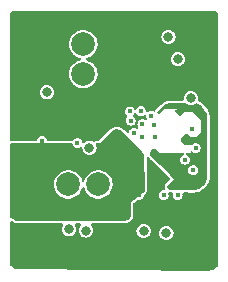
<source format=gbr>
%TF.GenerationSoftware,KiCad,Pcbnew,(6.0.5)*%
%TF.CreationDate,2023-11-29T10:11:24+07:00*%
%TF.ProjectId,lidar,6c696461-722e-46b6-9963-61645f706362,rev?*%
%TF.SameCoordinates,Original*%
%TF.FileFunction,Copper,L3,Inr*%
%TF.FilePolarity,Positive*%
%FSLAX46Y46*%
G04 Gerber Fmt 4.6, Leading zero omitted, Abs format (unit mm)*
G04 Created by KiCad (PCBNEW (6.0.5)) date 2023-11-29 10:11:24*
%MOMM*%
%LPD*%
G01*
G04 APERTURE LIST*
%TA.AperFunction,ComponentPad*%
%ADD10C,0.400000*%
%TD*%
%TA.AperFunction,ComponentPad*%
%ADD11C,2.000000*%
%TD*%
%TA.AperFunction,ViaPad*%
%ADD12C,0.400000*%
%TD*%
%TA.AperFunction,ViaPad*%
%ADD13C,0.800000*%
%TD*%
G04 APERTURE END LIST*
D10*
%TO.N,GND1*%
%TO.C,U1*%
X137275216Y-83724784D03*
X138000000Y-83000000D03*
X138724784Y-82275216D03*
X136921662Y-81921662D03*
X139078338Y-84078338D03*
%TD*%
D11*
%TO.N,GND1*%
%TO.C,D2*%
X133000000Y-76230000D03*
%TO.N,Net-(D2-Pad2)*%
X133000000Y-78770000D03*
%TD*%
%TO.N,/VDD_LED*%
%TO.C,D1*%
X131730000Y-88100000D03*
%TO.N,Net-(D1-PadC)*%
X134270000Y-88100000D03*
%TD*%
D12*
%TO.N,GND1*%
X139000000Y-83100000D03*
X137000000Y-82700000D03*
X137921662Y-84078338D03*
X137856274Y-81891352D03*
%TO.N,GND3*%
X143200000Y-90300000D03*
D13*
X140200000Y-74400000D03*
X140100000Y-93700000D03*
D12*
%TO.N,GND*%
X130600000Y-90900000D03*
D13*
X140200000Y-75600000D03*
D12*
X129400000Y-90400000D03*
X129500000Y-84400000D03*
D13*
X141000000Y-77500000D03*
D12*
X129400000Y-85700000D03*
X139800000Y-89000000D03*
X132600000Y-85700000D03*
D13*
%TO.N,/VDD_LED*%
X140026944Y-92226944D03*
X131800000Y-91900000D03*
D12*
%TO.N,GND2*%
X140979122Y-88979122D03*
D13*
X133513000Y-84979000D03*
%TO.N,/IOVDD_DUT*%
X142750000Y-81850000D03*
D12*
X140674500Y-88200000D03*
%TO.N,/SCL_S*%
X142500000Y-85000000D03*
%TO.N,/SDA_S*%
X132500000Y-84600000D03*
X142200000Y-83400000D03*
D13*
%TO.N,/GP1*%
X138100000Y-92050500D03*
D12*
X142300000Y-86900000D03*
%TO.N,/GP2*%
X141600000Y-86000000D03*
D13*
X133200000Y-92000000D03*
%TO.N,/VSYNC_RST*%
X142100000Y-80800000D03*
X129900000Y-80300000D03*
%TD*%
%TA.AperFunction,Conductor*%
%TO.N,GND*%
G36*
X135887753Y-83427671D02*
G01*
X136036226Y-83458766D01*
X136057912Y-83466007D01*
X136196656Y-83530991D01*
X136216105Y-83543019D01*
X136340755Y-83641694D01*
X136349312Y-83649312D01*
X137861253Y-85161253D01*
X137867634Y-85168278D01*
X137980383Y-85305028D01*
X137990981Y-85320733D01*
X138073321Y-85472287D01*
X138080731Y-85489726D01*
X138103416Y-85561560D01*
X138132670Y-85654196D01*
X138136621Y-85672738D01*
X138156795Y-85848809D01*
X138157423Y-85858279D01*
X138199831Y-88190718D01*
X138199838Y-88191163D01*
X138199953Y-88199566D01*
X138199961Y-88200473D01*
X138199999Y-88208867D01*
X138200000Y-88209315D01*
X138200000Y-88511596D01*
X138198675Y-88527740D01*
X138184754Y-88611967D01*
X138174365Y-88642536D01*
X138137970Y-88710542D01*
X138118297Y-88736145D01*
X138055931Y-88794455D01*
X138043238Y-88804508D01*
X137900000Y-88900000D01*
X137900000Y-89048875D01*
X137898744Y-89054688D01*
X137886770Y-89099376D01*
X137861147Y-89143757D01*
X137843757Y-89161147D01*
X137799375Y-89186770D01*
X137755488Y-89198529D01*
X137748391Y-89200000D01*
X137600000Y-89200000D01*
X137475194Y-89283204D01*
X137475192Y-89283205D01*
X137300000Y-89400000D01*
X137000000Y-89600000D01*
X137000000Y-90723364D01*
X136998906Y-90738040D01*
X136984721Y-90832672D01*
X136976116Y-90860731D01*
X136953923Y-90907107D01*
X136938028Y-90940320D01*
X136921573Y-90964625D01*
X136861821Y-91029550D01*
X136838972Y-91047954D01*
X136756362Y-91096278D01*
X136743152Y-91102739D01*
X136683183Y-91126727D01*
X136674285Y-91129804D01*
X136505587Y-91179297D01*
X136487121Y-91182853D01*
X136312113Y-91199552D01*
X136302709Y-91200000D01*
X127604861Y-91200000D01*
X127595157Y-91199523D01*
X127414612Y-91181741D01*
X127395582Y-91177955D01*
X127311113Y-91152332D01*
X127226647Y-91126710D01*
X127208717Y-91119283D01*
X127053031Y-91036067D01*
X127036894Y-91025285D01*
X126933363Y-90940320D01*
X126900427Y-90913290D01*
X126886710Y-90899573D01*
X126822972Y-90821908D01*
X126800500Y-90759103D01*
X126800500Y-88068440D01*
X130524770Y-88068440D01*
X130530428Y-88154760D01*
X130532814Y-88191163D01*
X130539200Y-88288604D01*
X130540316Y-88292997D01*
X130540316Y-88292999D01*
X130563873Y-88385754D01*
X130593511Y-88502452D01*
X130685883Y-88702821D01*
X130813222Y-88883002D01*
X130971264Y-89036961D01*
X131154717Y-89159540D01*
X131357436Y-89246635D01*
X131435165Y-89264223D01*
X131568206Y-89294328D01*
X131568211Y-89294329D01*
X131572632Y-89295329D01*
X131682865Y-89299660D01*
X131788565Y-89303813D01*
X131788566Y-89303813D01*
X131793098Y-89303991D01*
X132011452Y-89272331D01*
X132015751Y-89270872D01*
X132015754Y-89270871D01*
X132216078Y-89202870D01*
X132220379Y-89201410D01*
X132225524Y-89198529D01*
X132408925Y-89095819D01*
X132412884Y-89093602D01*
X132582518Y-88952518D01*
X132723602Y-88782884D01*
X132831410Y-88590379D01*
X132902331Y-88381452D01*
X132903763Y-88371575D01*
X132930826Y-88316700D01*
X132984976Y-88288213D01*
X133045528Y-88296995D01*
X133089353Y-88339691D01*
X133097691Y-88361414D01*
X133133511Y-88502452D01*
X133225883Y-88702821D01*
X133353222Y-88883002D01*
X133511264Y-89036961D01*
X133694717Y-89159540D01*
X133897436Y-89246635D01*
X133975165Y-89264223D01*
X134108206Y-89294328D01*
X134108211Y-89294329D01*
X134112632Y-89295329D01*
X134222865Y-89299660D01*
X134328565Y-89303813D01*
X134328566Y-89303813D01*
X134333098Y-89303991D01*
X134551452Y-89272331D01*
X134555751Y-89270872D01*
X134555754Y-89270871D01*
X134756078Y-89202870D01*
X134760379Y-89201410D01*
X134765524Y-89198529D01*
X134948925Y-89095819D01*
X134952884Y-89093602D01*
X135122518Y-88952518D01*
X135263602Y-88782884D01*
X135371410Y-88590379D01*
X135442331Y-88381452D01*
X135455156Y-88292999D01*
X135473571Y-88165997D01*
X135473571Y-88165991D01*
X135473991Y-88163098D01*
X135475643Y-88100000D01*
X135455454Y-87880289D01*
X135395565Y-87667936D01*
X135393557Y-87663864D01*
X135393555Y-87663859D01*
X135299988Y-87474125D01*
X135297980Y-87470053D01*
X135165967Y-87293267D01*
X135003949Y-87143499D01*
X134817350Y-87025764D01*
X134612421Y-86944006D01*
X134396024Y-86900962D01*
X134287347Y-86899539D01*
X134179946Y-86898133D01*
X134179941Y-86898133D01*
X134175406Y-86898074D01*
X134170933Y-86898843D01*
X134170928Y-86898843D01*
X133962435Y-86934668D01*
X133962429Y-86934670D01*
X133957957Y-86935438D01*
X133930176Y-86945687D01*
X133755220Y-87010231D01*
X133755217Y-87010232D01*
X133750957Y-87011804D01*
X133747054Y-87014126D01*
X133747052Y-87014127D01*
X133727492Y-87025764D01*
X133561341Y-87124614D01*
X133557926Y-87127609D01*
X133557923Y-87127611D01*
X133450036Y-87222225D01*
X133395457Y-87270090D01*
X133258863Y-87443360D01*
X133156131Y-87638620D01*
X133154787Y-87642949D01*
X133154786Y-87642952D01*
X133093402Y-87840641D01*
X133058089Y-87890608D01*
X133000151Y-87910276D01*
X132941718Y-87892132D01*
X132903572Y-87838157D01*
X132856798Y-87672308D01*
X132855565Y-87667936D01*
X132853557Y-87663864D01*
X132853555Y-87663859D01*
X132759988Y-87474125D01*
X132757980Y-87470053D01*
X132625967Y-87293267D01*
X132463949Y-87143499D01*
X132277350Y-87025764D01*
X132072421Y-86944006D01*
X131856024Y-86900962D01*
X131747347Y-86899539D01*
X131639946Y-86898133D01*
X131639941Y-86898133D01*
X131635406Y-86898074D01*
X131630933Y-86898843D01*
X131630928Y-86898843D01*
X131422435Y-86934668D01*
X131422429Y-86934670D01*
X131417957Y-86935438D01*
X131390176Y-86945687D01*
X131215220Y-87010231D01*
X131215217Y-87010232D01*
X131210957Y-87011804D01*
X131207054Y-87014126D01*
X131207052Y-87014127D01*
X131187492Y-87025764D01*
X131021341Y-87124614D01*
X131017926Y-87127609D01*
X131017923Y-87127611D01*
X130910036Y-87222225D01*
X130855457Y-87270090D01*
X130718863Y-87443360D01*
X130616131Y-87638620D01*
X130550703Y-87849333D01*
X130550169Y-87853843D01*
X130550169Y-87853844D01*
X130547039Y-87880289D01*
X130524770Y-88068440D01*
X126800500Y-88068440D01*
X126800500Y-84709278D01*
X126819407Y-84651087D01*
X126868907Y-84615123D01*
X126880184Y-84612181D01*
X126902447Y-84607752D01*
X126931860Y-84601902D01*
X126951173Y-84600000D01*
X131989704Y-84600000D01*
X132047895Y-84618907D01*
X132083859Y-84668407D01*
X132087485Y-84683513D01*
X132093488Y-84721413D01*
X132095095Y-84731562D01*
X132098631Y-84738501D01*
X132098631Y-84738502D01*
X132141297Y-84822238D01*
X132155567Y-84850245D01*
X132249755Y-84944433D01*
X132256692Y-84947968D01*
X132256694Y-84947969D01*
X132330224Y-84985434D01*
X132368438Y-85004905D01*
X132376131Y-85006124D01*
X132376133Y-85006124D01*
X132492303Y-85024523D01*
X132500000Y-85025742D01*
X132507697Y-85024523D01*
X132623867Y-85006124D01*
X132623869Y-85006124D01*
X132631562Y-85004905D01*
X132669776Y-84985434D01*
X132743302Y-84947971D01*
X132743305Y-84947969D01*
X132750245Y-84944433D01*
X132755096Y-84939582D01*
X132812838Y-84920821D01*
X132871029Y-84939728D01*
X132906993Y-84989228D01*
X132910991Y-85006899D01*
X132927956Y-85135762D01*
X132988464Y-85281841D01*
X133084718Y-85407282D01*
X133210159Y-85503536D01*
X133356238Y-85564044D01*
X133513000Y-85584682D01*
X133669762Y-85564044D01*
X133815841Y-85503536D01*
X133941282Y-85407282D01*
X134037536Y-85281841D01*
X134098044Y-85135762D01*
X134115737Y-85001369D01*
X134117835Y-84985434D01*
X134118682Y-84979000D01*
X134098044Y-84822238D01*
X134056281Y-84721413D01*
X134051480Y-84660416D01*
X134083450Y-84608247D01*
X134102820Y-84600000D01*
X134400000Y-84600000D01*
X135399625Y-83600375D01*
X135410555Y-83590935D01*
X135412177Y-83589729D01*
X135530728Y-83501575D01*
X135556094Y-83487936D01*
X135617659Y-83465646D01*
X135690025Y-83439446D01*
X135718250Y-83433685D01*
X135826790Y-83427671D01*
X135861984Y-83425721D01*
X135887753Y-83427671D01*
G37*
%TD.AperFunction*%
%TD*%
%TA.AperFunction,Conductor*%
%TO.N,GND3*%
G36*
X144221908Y-73422972D02*
G01*
X144299573Y-73486710D01*
X144313290Y-73500427D01*
X144377028Y-73578092D01*
X144399500Y-73640897D01*
X144399500Y-94947848D01*
X144376873Y-95010841D01*
X144311345Y-95090288D01*
X144297535Y-95104021D01*
X144160232Y-95215978D01*
X144144000Y-95226742D01*
X143987432Y-95309654D01*
X143969406Y-95317031D01*
X143799642Y-95367683D01*
X143780530Y-95371387D01*
X143599229Y-95388280D01*
X143589506Y-95388705D01*
X127599221Y-95298867D01*
X127589571Y-95298341D01*
X127500319Y-95289076D01*
X127409754Y-95279674D01*
X127390807Y-95275808D01*
X127222709Y-95223977D01*
X127204875Y-95216501D01*
X127136509Y-95179619D01*
X127050061Y-95132981D01*
X127034030Y-95122188D01*
X126898398Y-95010159D01*
X126884767Y-94996451D01*
X126822818Y-94920587D01*
X126800500Y-94857970D01*
X126800500Y-91298763D01*
X126819407Y-91240572D01*
X126868907Y-91204608D01*
X126930093Y-91204608D01*
X126950398Y-91213849D01*
X126955104Y-91216670D01*
X126955114Y-91216676D01*
X126956159Y-91217302D01*
X126957248Y-91217884D01*
X127110761Y-91299939D01*
X127110774Y-91299946D01*
X127111845Y-91300518D01*
X127130074Y-91309140D01*
X127131199Y-91309606D01*
X127131208Y-91309610D01*
X127137704Y-91312300D01*
X127148004Y-91316567D01*
X127166994Y-91323362D01*
X127168160Y-91323716D01*
X127168173Y-91323720D01*
X127334557Y-91374191D01*
X127335929Y-91374607D01*
X127355484Y-91379505D01*
X127364562Y-91381311D01*
X127373312Y-91383052D01*
X127373317Y-91383053D01*
X127374514Y-91383291D01*
X127394470Y-91386251D01*
X127493528Y-91396007D01*
X127574423Y-91403975D01*
X127574447Y-91403977D01*
X127575015Y-91404033D01*
X127578948Y-91404323D01*
X127584479Y-91404732D01*
X127584516Y-91404734D01*
X127585068Y-91404775D01*
X127594772Y-91405252D01*
X127595411Y-91405268D01*
X127595419Y-91405268D01*
X127604285Y-91405486D01*
X127604298Y-91405486D01*
X127604861Y-91405500D01*
X131221777Y-91405500D01*
X131279968Y-91424407D01*
X131315932Y-91473907D01*
X131315932Y-91535093D01*
X131300319Y-91564767D01*
X131294487Y-91572368D01*
X131275464Y-91597159D01*
X131214956Y-91743238D01*
X131194318Y-91900000D01*
X131214956Y-92056762D01*
X131275464Y-92202841D01*
X131371718Y-92328282D01*
X131497159Y-92424536D01*
X131643238Y-92485044D01*
X131800000Y-92505682D01*
X131956762Y-92485044D01*
X132102841Y-92424536D01*
X132228282Y-92328282D01*
X132324536Y-92202841D01*
X132385044Y-92056762D01*
X132405682Y-91900000D01*
X132385044Y-91743238D01*
X132324536Y-91597159D01*
X132305513Y-91572368D01*
X132299681Y-91564767D01*
X132279257Y-91507091D01*
X132296635Y-91448425D01*
X132345177Y-91411178D01*
X132378223Y-91405500D01*
X132700127Y-91405500D01*
X132758318Y-91424407D01*
X132794282Y-91473907D01*
X132794282Y-91535093D01*
X132771945Y-91571544D01*
X132771718Y-91571718D01*
X132675464Y-91697159D01*
X132614956Y-91843238D01*
X132594318Y-92000000D01*
X132614956Y-92156762D01*
X132675464Y-92302841D01*
X132771718Y-92428282D01*
X132897159Y-92524536D01*
X133043238Y-92585044D01*
X133200000Y-92605682D01*
X133356762Y-92585044D01*
X133502841Y-92524536D01*
X133628282Y-92428282D01*
X133724536Y-92302841D01*
X133785044Y-92156762D01*
X133799034Y-92050500D01*
X137494318Y-92050500D01*
X137514956Y-92207262D01*
X137517440Y-92213259D01*
X137523109Y-92226944D01*
X137575464Y-92353341D01*
X137671718Y-92478782D01*
X137797159Y-92575036D01*
X137943238Y-92635544D01*
X138100000Y-92656182D01*
X138256762Y-92635544D01*
X138402841Y-92575036D01*
X138528282Y-92478782D01*
X138624536Y-92353341D01*
X138676891Y-92226944D01*
X139421262Y-92226944D01*
X139441900Y-92383706D01*
X139502408Y-92529785D01*
X139598662Y-92655226D01*
X139724103Y-92751480D01*
X139870182Y-92811988D01*
X140026944Y-92832626D01*
X140183706Y-92811988D01*
X140329785Y-92751480D01*
X140455226Y-92655226D01*
X140551480Y-92529785D01*
X140611988Y-92383706D01*
X140632626Y-92226944D01*
X140611988Y-92070182D01*
X140606501Y-92056934D01*
X140582918Y-92000000D01*
X140551480Y-91924103D01*
X140455226Y-91798662D01*
X140329785Y-91702408D01*
X140183706Y-91641900D01*
X140026944Y-91621262D01*
X139870182Y-91641900D01*
X139724103Y-91702408D01*
X139598662Y-91798662D01*
X139502408Y-91924103D01*
X139470970Y-92000000D01*
X139447388Y-92056934D01*
X139441900Y-92070182D01*
X139421262Y-92226944D01*
X138676891Y-92226944D01*
X138682560Y-92213259D01*
X138685044Y-92207262D01*
X138705682Y-92050500D01*
X138685044Y-91893738D01*
X138624536Y-91747659D01*
X138528282Y-91622218D01*
X138402841Y-91525964D01*
X138280923Y-91475464D01*
X138262759Y-91467940D01*
X138256762Y-91465456D01*
X138100000Y-91444818D01*
X137943238Y-91465456D01*
X137937241Y-91467940D01*
X137919077Y-91475464D01*
X137797159Y-91525964D01*
X137671718Y-91622218D01*
X137575464Y-91747659D01*
X137514956Y-91893738D01*
X137494318Y-92050500D01*
X133799034Y-92050500D01*
X133805682Y-92000000D01*
X133785044Y-91843238D01*
X133724536Y-91697159D01*
X133628282Y-91571718D01*
X133628402Y-91571626D01*
X133602092Y-91519987D01*
X133611663Y-91459555D01*
X133654928Y-91416290D01*
X133699873Y-91405500D01*
X136302709Y-91405500D01*
X136307599Y-91405383D01*
X136311906Y-91405281D01*
X136311917Y-91405281D01*
X136312488Y-91405267D01*
X136317190Y-91405043D01*
X136321313Y-91404847D01*
X136321348Y-91404845D01*
X136321892Y-91404819D01*
X136322444Y-91404780D01*
X136322487Y-91404777D01*
X136329804Y-91404254D01*
X136331633Y-91404123D01*
X136332233Y-91404066D01*
X136332254Y-91404064D01*
X136398970Y-91397698D01*
X136506641Y-91387424D01*
X136507821Y-91387254D01*
X136507833Y-91387253D01*
X136524826Y-91384811D01*
X136524833Y-91384810D01*
X136525980Y-91384645D01*
X136527112Y-91384427D01*
X136527118Y-91384426D01*
X136534252Y-91383052D01*
X136544446Y-91381089D01*
X136545570Y-91380817D01*
X136545582Y-91380814D01*
X136562318Y-91376758D01*
X136562331Y-91376755D01*
X136563439Y-91376486D01*
X136732137Y-91326993D01*
X136741446Y-91324019D01*
X136750344Y-91320942D01*
X136759505Y-91317529D01*
X136819474Y-91293541D01*
X136833441Y-91287342D01*
X136846651Y-91280881D01*
X136860123Y-91273658D01*
X136916684Y-91240572D01*
X136941146Y-91226263D01*
X136941159Y-91226255D01*
X136942733Y-91225334D01*
X136944231Y-91224301D01*
X136944239Y-91224296D01*
X136966369Y-91209036D01*
X136967879Y-91207995D01*
X136990728Y-91189591D01*
X137013030Y-91168712D01*
X137014265Y-91167370D01*
X137014275Y-91167360D01*
X137071518Y-91105160D01*
X137072782Y-91103787D01*
X137091742Y-91079833D01*
X137097857Y-91070801D01*
X137107166Y-91057052D01*
X137107175Y-91057037D01*
X137108197Y-91055528D01*
X137123395Y-91029029D01*
X137161483Y-90949440D01*
X137172585Y-90920983D01*
X137181190Y-90892924D01*
X137187951Y-90863135D01*
X137202136Y-90768503D01*
X137203837Y-90753316D01*
X137204931Y-90738640D01*
X137205500Y-90723364D01*
X137205500Y-89762963D01*
X137224407Y-89704772D01*
X137249585Y-89680590D01*
X137637280Y-89422127D01*
X137692195Y-89405500D01*
X137748391Y-89405500D01*
X137750893Y-89405243D01*
X137750901Y-89405243D01*
X137787598Y-89401480D01*
X137787608Y-89401478D01*
X137790099Y-89401223D01*
X137792555Y-89400714D01*
X137792561Y-89400713D01*
X137796512Y-89399894D01*
X137796526Y-89399891D01*
X137797196Y-89399752D01*
X137803504Y-89398254D01*
X137807996Y-89397188D01*
X137808013Y-89397184D01*
X137808673Y-89397027D01*
X137809326Y-89396852D01*
X137809338Y-89396849D01*
X137849430Y-89386107D01*
X137849435Y-89386105D01*
X137852560Y-89385268D01*
X137855544Y-89384032D01*
X137855553Y-89384029D01*
X137882198Y-89372992D01*
X137902122Y-89364740D01*
X137904922Y-89363123D01*
X137904927Y-89363121D01*
X137931171Y-89347969D01*
X137946504Y-89339117D01*
X137989067Y-89306457D01*
X138006457Y-89289067D01*
X138039116Y-89246506D01*
X138040964Y-89243306D01*
X138053017Y-89222428D01*
X138064739Y-89202125D01*
X138085268Y-89152563D01*
X138097242Y-89107875D01*
X138099609Y-89098088D01*
X138100865Y-89092275D01*
X138105046Y-89053126D01*
X138130026Y-88997272D01*
X138148571Y-88981266D01*
X138157229Y-88975494D01*
X138170827Y-88965602D01*
X138171590Y-88964998D01*
X138171612Y-88964981D01*
X138182738Y-88956168D01*
X138183520Y-88955549D01*
X138196278Y-88944565D01*
X138258644Y-88886255D01*
X138281248Y-88861354D01*
X138300921Y-88835751D01*
X138319155Y-88807507D01*
X138341048Y-88766599D01*
X138354594Y-88741288D01*
X138354597Y-88741281D01*
X138355550Y-88739501D01*
X138368935Y-88708662D01*
X138379324Y-88678093D01*
X138387503Y-88645477D01*
X138391047Y-88624039D01*
X138401259Y-88562249D01*
X138401260Y-88562244D01*
X138401424Y-88561250D01*
X138403486Y-88544550D01*
X138404811Y-88528406D01*
X138404959Y-88524810D01*
X138405459Y-88512594D01*
X138405500Y-88511596D01*
X138405500Y-88209315D01*
X138405498Y-88208409D01*
X138405459Y-88199567D01*
X138405453Y-88198661D01*
X138405445Y-88197754D01*
X138405434Y-88196754D01*
X138405319Y-88188351D01*
X138405304Y-88187427D01*
X138405073Y-88174685D01*
X138380231Y-86808396D01*
X138362889Y-85854543D01*
X138362891Y-85854543D01*
X138380011Y-85795832D01*
X138428395Y-85758380D01*
X138489552Y-85756518D01*
X138540123Y-85790960D01*
X138544568Y-85797185D01*
X138551872Y-85808298D01*
X138614617Y-85889727D01*
X138624482Y-85901581D01*
X138634397Y-85912625D01*
X138645126Y-85923709D01*
X138724734Y-86000000D01*
X139663864Y-86900000D01*
X139818683Y-87048368D01*
X140254731Y-87466247D01*
X140329184Y-87537598D01*
X140358115Y-87591512D01*
X140349831Y-87652134D01*
X140330661Y-87679106D01*
X140002709Y-88006791D01*
X140001607Y-88008053D01*
X140001599Y-88008062D01*
X139985410Y-88026609D01*
X139984299Y-88027882D01*
X139968022Y-88049317D01*
X139952645Y-88072721D01*
X139951830Y-88074167D01*
X139951826Y-88074174D01*
X139926126Y-88119787D01*
X139926123Y-88119794D01*
X139924469Y-88122729D01*
X139903914Y-88174685D01*
X139891218Y-88226486D01*
X139885419Y-88282056D01*
X139886820Y-88325324D01*
X139896201Y-88380399D01*
X139912220Y-88431267D01*
X139913662Y-88434318D01*
X139913666Y-88434329D01*
X139914292Y-88435654D01*
X139914344Y-88436061D01*
X139914895Y-88437468D01*
X139914542Y-88437606D01*
X139922058Y-88496344D01*
X139892668Y-88550008D01*
X139837347Y-88576148D01*
X139809297Y-88575730D01*
X139807699Y-88575477D01*
X139807697Y-88575477D01*
X139800000Y-88574258D01*
X139792303Y-88575477D01*
X139676133Y-88593876D01*
X139676131Y-88593876D01*
X139668438Y-88595095D01*
X139661499Y-88598631D01*
X139661498Y-88598631D01*
X139556694Y-88652031D01*
X139556692Y-88652032D01*
X139549755Y-88655567D01*
X139455567Y-88749755D01*
X139452032Y-88756692D01*
X139452031Y-88756694D01*
X139411750Y-88835751D01*
X139395095Y-88868438D01*
X139393876Y-88876131D01*
X139393876Y-88876133D01*
X139378232Y-88974910D01*
X139374258Y-89000000D01*
X139375477Y-89007697D01*
X139390570Y-89102989D01*
X139395095Y-89131562D01*
X139398631Y-89138501D01*
X139398631Y-89138502D01*
X139447735Y-89234873D01*
X139455567Y-89250245D01*
X139549755Y-89344433D01*
X139556692Y-89347968D01*
X139556694Y-89347969D01*
X139661498Y-89401369D01*
X139668438Y-89404905D01*
X139676131Y-89406124D01*
X139676133Y-89406124D01*
X139792303Y-89424523D01*
X139800000Y-89425742D01*
X139807697Y-89424523D01*
X139923867Y-89406124D01*
X139923869Y-89406124D01*
X139931562Y-89404905D01*
X139938502Y-89401369D01*
X140043306Y-89347969D01*
X140043308Y-89347968D01*
X140050245Y-89344433D01*
X140144433Y-89250245D01*
X140152266Y-89234873D01*
X140201369Y-89138502D01*
X140201369Y-89138501D01*
X140204905Y-89131562D01*
X140209431Y-89102989D01*
X140224523Y-89007697D01*
X140225742Y-89000000D01*
X140204905Y-88868438D01*
X140204157Y-88866970D01*
X140204160Y-88808893D01*
X140240126Y-88759394D01*
X140298318Y-88740490D01*
X140322474Y-88743484D01*
X140326132Y-88744405D01*
X140326164Y-88744412D01*
X140327579Y-88744768D01*
X140329038Y-88745044D01*
X140329036Y-88745044D01*
X140350004Y-88749017D01*
X140350009Y-88749018D01*
X140351472Y-88749295D01*
X140457503Y-88762947D01*
X140469611Y-88764142D01*
X140470320Y-88764191D01*
X140470369Y-88764195D01*
X140478270Y-88764740D01*
X140535022Y-88787606D01*
X140567494Y-88839463D01*
X140569239Y-88878991D01*
X140553380Y-88979122D01*
X140554599Y-88986819D01*
X140572312Y-89098654D01*
X140574217Y-89110684D01*
X140577753Y-89117623D01*
X140577753Y-89117624D01*
X140620809Y-89202125D01*
X140634689Y-89229367D01*
X140728877Y-89323555D01*
X140735814Y-89327090D01*
X140735816Y-89327091D01*
X140840620Y-89380491D01*
X140847560Y-89384027D01*
X140855253Y-89385246D01*
X140855255Y-89385246D01*
X140971425Y-89403645D01*
X140979122Y-89404864D01*
X140986819Y-89403645D01*
X141102989Y-89385246D01*
X141102991Y-89385246D01*
X141110684Y-89384027D01*
X141117624Y-89380491D01*
X141222428Y-89327091D01*
X141222430Y-89327090D01*
X141229367Y-89323555D01*
X141323555Y-89229367D01*
X141337436Y-89202125D01*
X141380491Y-89117624D01*
X141380491Y-89117623D01*
X141384027Y-89110684D01*
X141385933Y-89098654D01*
X141403645Y-88986819D01*
X141404864Y-88979122D01*
X141401229Y-88956168D01*
X141390666Y-88889477D01*
X141400238Y-88829045D01*
X141443502Y-88785780D01*
X141489396Y-88774995D01*
X142320114Y-88782977D01*
X142320662Y-88782970D01*
X142320682Y-88782970D01*
X142328782Y-88782867D01*
X142328825Y-88782866D01*
X142329292Y-88782860D01*
X142329794Y-88782842D01*
X142329810Y-88782842D01*
X142337563Y-88782570D01*
X142337573Y-88782570D01*
X142338130Y-88782550D01*
X142347297Y-88782023D01*
X142347883Y-88781976D01*
X142347900Y-88781975D01*
X142410281Y-88776990D01*
X142511968Y-88768863D01*
X142513074Y-88768725D01*
X142513090Y-88768723D01*
X142521134Y-88767716D01*
X142530192Y-88766583D01*
X142547606Y-88763609D01*
X142558862Y-88761165D01*
X142564473Y-88759947D01*
X142564486Y-88759944D01*
X142565540Y-88759715D01*
X142720950Y-88718625D01*
X142738467Y-88713146D01*
X142739492Y-88712774D01*
X142739502Y-88712771D01*
X142754025Y-88707505D01*
X142755079Y-88707123D01*
X142772045Y-88700099D01*
X142917676Y-88632034D01*
X142933944Y-88623525D01*
X142949221Y-88614644D01*
X142964663Y-88604719D01*
X143099510Y-88509275D01*
X143099936Y-88508959D01*
X143099976Y-88508930D01*
X143103145Y-88506578D01*
X143106891Y-88503799D01*
X143113847Y-88498393D01*
X143120963Y-88492603D01*
X143133674Y-88481781D01*
X143276872Y-88359863D01*
X143276904Y-88359835D01*
X143277409Y-88359405D01*
X143285675Y-88351972D01*
X143286141Y-88351530D01*
X143286159Y-88351513D01*
X143292923Y-88345092D01*
X143292951Y-88345065D01*
X143293431Y-88344609D01*
X143301281Y-88336744D01*
X143301736Y-88336263D01*
X143301760Y-88336238D01*
X143437640Y-88192501D01*
X143437650Y-88192490D01*
X143438564Y-88191523D01*
X143452931Y-88174576D01*
X143465855Y-88157545D01*
X143478313Y-88139139D01*
X143578443Y-87972450D01*
X143588843Y-87952803D01*
X143597808Y-87933394D01*
X143606019Y-87912754D01*
X143668025Y-87728464D01*
X143673962Y-87707051D01*
X143678552Y-87686170D01*
X143682143Y-87664240D01*
X143703720Y-87465572D01*
X143704620Y-87454498D01*
X143705199Y-87443809D01*
X143705500Y-87432694D01*
X143705500Y-82481449D01*
X143705292Y-82472205D01*
X143704891Y-82463300D01*
X143704266Y-82454060D01*
X143703878Y-82449755D01*
X143689388Y-82289322D01*
X143689388Y-82289318D01*
X143689290Y-82288238D01*
X143686798Y-82269903D01*
X143683607Y-82252381D01*
X143680119Y-82237157D01*
X143679725Y-82235435D01*
X143679722Y-82235423D01*
X143679475Y-82234345D01*
X143651863Y-82134658D01*
X143636520Y-82079263D01*
X143636514Y-82079243D01*
X143636227Y-82078207D01*
X143630487Y-82060607D01*
X143630092Y-82059558D01*
X143624601Y-82044984D01*
X143624595Y-82044969D01*
X143624208Y-82043942D01*
X143616916Y-82026948D01*
X143544447Y-81877058D01*
X143544169Y-81876514D01*
X143540480Y-81869302D01*
X143540460Y-81869264D01*
X143540239Y-81868832D01*
X143536002Y-81860989D01*
X143531414Y-81852935D01*
X143522258Y-81837674D01*
X143370457Y-81584674D01*
X143370138Y-81584142D01*
X143364452Y-81575197D01*
X143364133Y-81574723D01*
X143364113Y-81574692D01*
X143359130Y-81567283D01*
X143358767Y-81566743D01*
X143352643Y-81558124D01*
X143238429Y-81405826D01*
X143224876Y-81389569D01*
X143211047Y-81374620D01*
X143195894Y-81359845D01*
X143056788Y-81237528D01*
X143040197Y-81224391D01*
X143039171Y-81223661D01*
X143024627Y-81213316D01*
X143024607Y-81213303D01*
X143023601Y-81212587D01*
X143022553Y-81211920D01*
X143022538Y-81211910D01*
X143006810Y-81201902D01*
X143005743Y-81201223D01*
X142844550Y-81109957D01*
X142825620Y-81100491D01*
X142818907Y-81097556D01*
X142808118Y-81092839D01*
X142808109Y-81092835D01*
X142806960Y-81092333D01*
X142787156Y-81084865D01*
X142750613Y-81073195D01*
X142700933Y-81037481D01*
X142681732Y-80979386D01*
X142684476Y-80958133D01*
X142685044Y-80956762D01*
X142686891Y-80942738D01*
X142704835Y-80806434D01*
X142704835Y-80806432D01*
X142705682Y-80800000D01*
X142685044Y-80643238D01*
X142624536Y-80497159D01*
X142528282Y-80371718D01*
X142402841Y-80275464D01*
X142256762Y-80214956D01*
X142100000Y-80194318D01*
X141943238Y-80214956D01*
X141797159Y-80275464D01*
X141671718Y-80371718D01*
X141575464Y-80497159D01*
X141514956Y-80643238D01*
X141494318Y-80800000D01*
X141505190Y-80882579D01*
X141494040Y-80942738D01*
X141449658Y-80984856D01*
X141407037Y-80994500D01*
X140419075Y-80994500D01*
X140418512Y-80994514D01*
X140418499Y-80994514D01*
X140409633Y-80994732D01*
X140409625Y-80994732D01*
X140408986Y-80994748D01*
X140399282Y-80995225D01*
X140398730Y-80995266D01*
X140398693Y-80995268D01*
X140393162Y-80995677D01*
X140389229Y-80995967D01*
X140388661Y-80996023D01*
X140388637Y-80996025D01*
X140307709Y-81003996D01*
X140208683Y-81013749D01*
X140188727Y-81016709D01*
X140187530Y-81016947D01*
X140187525Y-81016948D01*
X140182913Y-81017866D01*
X140169697Y-81020495D01*
X140150142Y-81025393D01*
X140148975Y-81025747D01*
X139982386Y-81076280D01*
X139982373Y-81076284D01*
X139981207Y-81076638D01*
X139962217Y-81083433D01*
X139951917Y-81087700D01*
X139945421Y-81090390D01*
X139945412Y-81090394D01*
X139944287Y-81090860D01*
X139926058Y-81099482D01*
X139924987Y-81100054D01*
X139924974Y-81100061D01*
X139905278Y-81110589D01*
X139770372Y-81182698D01*
X139753077Y-81193064D01*
X139752044Y-81193754D01*
X139752038Y-81193758D01*
X139737962Y-81203163D01*
X139736940Y-81203846D01*
X139735956Y-81204576D01*
X139721724Y-81215131D01*
X139721713Y-81215140D01*
X139720739Y-81215862D01*
X139719807Y-81216626D01*
X139719794Y-81216637D01*
X139644973Y-81278042D01*
X139580503Y-81330951D01*
X139572875Y-81337530D01*
X139565676Y-81344054D01*
X139558362Y-81351018D01*
X139163904Y-81745476D01*
X139146180Y-81765685D01*
X139130449Y-81786186D01*
X139129550Y-81787532D01*
X139129541Y-81787544D01*
X139122692Y-81797795D01*
X139115515Y-81808536D01*
X139098692Y-81837674D01*
X139097452Y-81840669D01*
X139097450Y-81840672D01*
X139086281Y-81867638D01*
X139046545Y-81914165D01*
X138987050Y-81928449D01*
X138949871Y-81917964D01*
X138863286Y-81873847D01*
X138863285Y-81873847D01*
X138856346Y-81870311D01*
X138848653Y-81869093D01*
X138848651Y-81869092D01*
X138761727Y-81855325D01*
X138761725Y-81855325D01*
X138757881Y-81854716D01*
X138691687Y-81854716D01*
X138687843Y-81855325D01*
X138687841Y-81855325D01*
X138600917Y-81869092D01*
X138600915Y-81869093D01*
X138593222Y-81870311D01*
X138586283Y-81873847D01*
X138586282Y-81873847D01*
X138481478Y-81927247D01*
X138481476Y-81927248D01*
X138474539Y-81930783D01*
X138449801Y-81955521D01*
X138395284Y-81983298D01*
X138334852Y-81973727D01*
X138291587Y-81930462D01*
X138282191Y-81891324D01*
X138282016Y-81891352D01*
X138281663Y-81889126D01*
X138279244Y-81873847D01*
X138262398Y-81767485D01*
X138262398Y-81767483D01*
X138261179Y-81759790D01*
X138243092Y-81724292D01*
X138204243Y-81648046D01*
X138204242Y-81648044D01*
X138200707Y-81641107D01*
X138106519Y-81546919D01*
X138099582Y-81543384D01*
X138099580Y-81543383D01*
X137994776Y-81489983D01*
X137994775Y-81489983D01*
X137987836Y-81486447D01*
X137980143Y-81485228D01*
X137980141Y-81485228D01*
X137863971Y-81466829D01*
X137856274Y-81465610D01*
X137848577Y-81466829D01*
X137732407Y-81485228D01*
X137732405Y-81485228D01*
X137724712Y-81486447D01*
X137717773Y-81489983D01*
X137717772Y-81489983D01*
X137612968Y-81543383D01*
X137612966Y-81543384D01*
X137606029Y-81546919D01*
X137511841Y-81641107D01*
X137508306Y-81648044D01*
X137508305Y-81648046D01*
X137469456Y-81724292D01*
X137426191Y-81767557D01*
X137365759Y-81777128D01*
X137311242Y-81749350D01*
X137293036Y-81724292D01*
X137269631Y-81678356D01*
X137269630Y-81678354D01*
X137266095Y-81671417D01*
X137171907Y-81577229D01*
X137164970Y-81573694D01*
X137164968Y-81573693D01*
X137060164Y-81520293D01*
X137060163Y-81520293D01*
X137053224Y-81516757D01*
X137045531Y-81515539D01*
X137045529Y-81515538D01*
X136958605Y-81501771D01*
X136958603Y-81501771D01*
X136954759Y-81501162D01*
X136888565Y-81501162D01*
X136884721Y-81501771D01*
X136884719Y-81501771D01*
X136797795Y-81515538D01*
X136797793Y-81515539D01*
X136790100Y-81516757D01*
X136783161Y-81520293D01*
X136783160Y-81520293D01*
X136678356Y-81573693D01*
X136678354Y-81573694D01*
X136671417Y-81577229D01*
X136577229Y-81671417D01*
X136573694Y-81678354D01*
X136573693Y-81678356D01*
X136520293Y-81783160D01*
X136516757Y-81790100D01*
X136515538Y-81797793D01*
X136515538Y-81797795D01*
X136498480Y-81905500D01*
X136495920Y-81921662D01*
X136497139Y-81929359D01*
X136515125Y-82042918D01*
X136516757Y-82053224D01*
X136520293Y-82060163D01*
X136520293Y-82060164D01*
X136570313Y-82158333D01*
X136577229Y-82171907D01*
X136671417Y-82266095D01*
X136676369Y-82268618D01*
X136711670Y-82317203D01*
X136711671Y-82378389D01*
X136687520Y-82417802D01*
X136655567Y-82449755D01*
X136652032Y-82456692D01*
X136652031Y-82456694D01*
X136627286Y-82505259D01*
X136595095Y-82568438D01*
X136593876Y-82576131D01*
X136593876Y-82576133D01*
X136577406Y-82680121D01*
X136574258Y-82700000D01*
X136575477Y-82707697D01*
X136591810Y-82810818D01*
X136595095Y-82831562D01*
X136655567Y-82950245D01*
X136749755Y-83044433D01*
X136756692Y-83047968D01*
X136756694Y-83047969D01*
X136858811Y-83100000D01*
X136868438Y-83104905D01*
X136876131Y-83106124D01*
X136876133Y-83106124D01*
X136992303Y-83124523D01*
X137000000Y-83125742D01*
X137007697Y-83124523D01*
X137123867Y-83106124D01*
X137123869Y-83106124D01*
X137131562Y-83104905D01*
X137141189Y-83100000D01*
X137243306Y-83047969D01*
X137243308Y-83047968D01*
X137250245Y-83044433D01*
X137344433Y-82950245D01*
X137404905Y-82831562D01*
X137407354Y-82832810D01*
X137409672Y-82829620D01*
X137408191Y-82810818D01*
X137424523Y-82707698D01*
X137424523Y-82707697D01*
X137425742Y-82700000D01*
X137422594Y-82680121D01*
X137406124Y-82576133D01*
X137406124Y-82576131D01*
X137404905Y-82568438D01*
X137372714Y-82505259D01*
X137347969Y-82456694D01*
X137347968Y-82456692D01*
X137344433Y-82449755D01*
X137250245Y-82355567D01*
X137245293Y-82353044D01*
X137209992Y-82304459D01*
X137209991Y-82243273D01*
X137234142Y-82203860D01*
X137266095Y-82171907D01*
X137273012Y-82158333D01*
X137308480Y-82088722D01*
X137351745Y-82045457D01*
X137412177Y-82035886D01*
X137466694Y-82063664D01*
X137484899Y-82088721D01*
X137488799Y-82096374D01*
X137499486Y-82117348D01*
X137511841Y-82141597D01*
X137606029Y-82235785D01*
X137612966Y-82239320D01*
X137612968Y-82239321D01*
X137698523Y-82282913D01*
X137724712Y-82296257D01*
X137732405Y-82297476D01*
X137732407Y-82297476D01*
X137848577Y-82315875D01*
X137856274Y-82317094D01*
X137863971Y-82315875D01*
X137980141Y-82297476D01*
X137980143Y-82297476D01*
X137987836Y-82296257D01*
X138014025Y-82282913D01*
X138099580Y-82239321D01*
X138099582Y-82239320D01*
X138106519Y-82235785D01*
X138131257Y-82211047D01*
X138185774Y-82183270D01*
X138246206Y-82192841D01*
X138289471Y-82236106D01*
X138298867Y-82275244D01*
X138299042Y-82275216D01*
X138300261Y-82282913D01*
X138315383Y-82378389D01*
X138319879Y-82406778D01*
X138376816Y-82518522D01*
X138377184Y-82519245D01*
X138386755Y-82579677D01*
X138358978Y-82634193D01*
X138304461Y-82661971D01*
X138244029Y-82652400D01*
X138185968Y-82622816D01*
X138131562Y-82595095D01*
X138123869Y-82593877D01*
X138123867Y-82593876D01*
X138036943Y-82580109D01*
X138036941Y-82580109D01*
X138033097Y-82579500D01*
X137966903Y-82579500D01*
X137963059Y-82580109D01*
X137963057Y-82580109D01*
X137876133Y-82593876D01*
X137876131Y-82593877D01*
X137868438Y-82595095D01*
X137861499Y-82598631D01*
X137861498Y-82598631D01*
X137756694Y-82652031D01*
X137756692Y-82652032D01*
X137749755Y-82655567D01*
X137655567Y-82749755D01*
X137652032Y-82756692D01*
X137652031Y-82756694D01*
X137624544Y-82810641D01*
X137595095Y-82868438D01*
X137592646Y-82867190D01*
X137590328Y-82870380D01*
X137591809Y-82889182D01*
X137575477Y-82992302D01*
X137574258Y-83000000D01*
X137595095Y-83131562D01*
X137652032Y-83243306D01*
X137652400Y-83244029D01*
X137661971Y-83304461D01*
X137634194Y-83358977D01*
X137579677Y-83386755D01*
X137519245Y-83377184D01*
X137501696Y-83368242D01*
X137406778Y-83319879D01*
X137399085Y-83318661D01*
X137399083Y-83318660D01*
X137312159Y-83304893D01*
X137312157Y-83304893D01*
X137308313Y-83304284D01*
X137242119Y-83304284D01*
X137238275Y-83304893D01*
X137238273Y-83304893D01*
X137151349Y-83318660D01*
X137151347Y-83318661D01*
X137143654Y-83319879D01*
X137136715Y-83323415D01*
X137136714Y-83323415D01*
X137031910Y-83376815D01*
X137031908Y-83376816D01*
X137024971Y-83380351D01*
X136930783Y-83474539D01*
X136927248Y-83481476D01*
X136927247Y-83481478D01*
X136903064Y-83528941D01*
X136870311Y-83593222D01*
X136869092Y-83600915D01*
X136869092Y-83600917D01*
X136865147Y-83625829D01*
X136861965Y-83645921D01*
X136861538Y-83648615D01*
X136833761Y-83703132D01*
X136779245Y-83730910D01*
X136718813Y-83721339D01*
X136693753Y-83703133D01*
X136494622Y-83504002D01*
X136491455Y-83501013D01*
X136486478Y-83496315D01*
X136486452Y-83496291D01*
X136485957Y-83495824D01*
X136477400Y-83488206D01*
X136468304Y-83480569D01*
X136467735Y-83480119D01*
X136467711Y-83480099D01*
X136344796Y-83382798D01*
X136344795Y-83382798D01*
X136343654Y-83381894D01*
X136342478Y-83381069D01*
X136342470Y-83381063D01*
X136325370Y-83369067D01*
X136324194Y-83368242D01*
X136309213Y-83358977D01*
X136305970Y-83356971D01*
X136305955Y-83356962D01*
X136304745Y-83356214D01*
X136283820Y-83344892D01*
X136145076Y-83279908D01*
X136143773Y-83279387D01*
X136143756Y-83279380D01*
X136132034Y-83274697D01*
X136122997Y-83271086D01*
X136101311Y-83263845D01*
X136099922Y-83263469D01*
X136099912Y-83263466D01*
X136079722Y-83258001D01*
X136079710Y-83257998D01*
X136078350Y-83257630D01*
X135929877Y-83226535D01*
X135928298Y-83226311D01*
X135928293Y-83226310D01*
X135904865Y-83222985D01*
X135904867Y-83222985D01*
X135903259Y-83222757D01*
X135901651Y-83222635D01*
X135901639Y-83222634D01*
X135887112Y-83221535D01*
X135877490Y-83220807D01*
X135865052Y-83220682D01*
X135852221Y-83220552D01*
X135852215Y-83220552D01*
X135850615Y-83220536D01*
X135849011Y-83220625D01*
X135849005Y-83220625D01*
X135708682Y-83228400D01*
X135708676Y-83228401D01*
X135706881Y-83228500D01*
X135705097Y-83228730D01*
X135705099Y-83228730D01*
X135678950Y-83232104D01*
X135678947Y-83232105D01*
X135677153Y-83232336D01*
X135648928Y-83238097D01*
X135620067Y-83246220D01*
X135618360Y-83246838D01*
X135618357Y-83246839D01*
X135525346Y-83280514D01*
X135486136Y-83294710D01*
X135458775Y-83306941D01*
X135457195Y-83307791D01*
X135457188Y-83307794D01*
X135434995Y-83319727D01*
X135433409Y-83320580D01*
X135431890Y-83321546D01*
X135431888Y-83321547D01*
X135409630Y-83335699D01*
X135409623Y-83335704D01*
X135408105Y-83336669D01*
X135406650Y-83337751D01*
X135406647Y-83337753D01*
X135316340Y-83404905D01*
X135289561Y-83424818D01*
X135287939Y-83426024D01*
X135276232Y-83435411D01*
X135265302Y-83444851D01*
X135254315Y-83455065D01*
X134343876Y-84365504D01*
X134289359Y-84393281D01*
X134273872Y-84394500D01*
X134102820Y-84394500D01*
X134097945Y-84395495D01*
X134097941Y-84395495D01*
X134053526Y-84404557D01*
X134022319Y-84410924D01*
X134017735Y-84412876D01*
X134017734Y-84412876D01*
X134004874Y-84418351D01*
X134004866Y-84418355D01*
X134002949Y-84419171D01*
X133972174Y-84435482D01*
X133955941Y-84452083D01*
X133901741Y-84480468D01*
X133841205Y-84471575D01*
X133824888Y-84461406D01*
X133820988Y-84458413D01*
X133820986Y-84458412D01*
X133815841Y-84454464D01*
X133669762Y-84393956D01*
X133538569Y-84376684D01*
X133519434Y-84374165D01*
X133513000Y-84373318D01*
X133506566Y-84374165D01*
X133487431Y-84376684D01*
X133356238Y-84393956D01*
X133210159Y-84454464D01*
X133084718Y-84550718D01*
X133080764Y-84555871D01*
X133078294Y-84558341D01*
X133023777Y-84586118D01*
X132963345Y-84576547D01*
X132920080Y-84533282D01*
X132910509Y-84503822D01*
X132906124Y-84476134D01*
X132906124Y-84476133D01*
X132904905Y-84468438D01*
X132888113Y-84435482D01*
X132847969Y-84356694D01*
X132847968Y-84356692D01*
X132844433Y-84349755D01*
X132750245Y-84255567D01*
X132743308Y-84252032D01*
X132743306Y-84252031D01*
X132638502Y-84198631D01*
X132638501Y-84198631D01*
X132631562Y-84195095D01*
X132623869Y-84193876D01*
X132623867Y-84193876D01*
X132507697Y-84175477D01*
X132500000Y-84174258D01*
X132492303Y-84175477D01*
X132376133Y-84193876D01*
X132376131Y-84193876D01*
X132368438Y-84195095D01*
X132361499Y-84198631D01*
X132361498Y-84198631D01*
X132256694Y-84252031D01*
X132256692Y-84252032D01*
X132249755Y-84255567D01*
X132155567Y-84349755D01*
X132152031Y-84356694D01*
X132147450Y-84363000D01*
X132144938Y-84361175D01*
X132111495Y-84394633D01*
X132051045Y-84404215D01*
X132001954Y-84396440D01*
X131993550Y-84395109D01*
X131993549Y-84395109D01*
X131989704Y-84394500D01*
X130009425Y-84394500D01*
X129951234Y-84375593D01*
X129915270Y-84326093D01*
X129911644Y-84310987D01*
X129906124Y-84276133D01*
X129906124Y-84276132D01*
X129904905Y-84268438D01*
X129885405Y-84230167D01*
X129847969Y-84156694D01*
X129847968Y-84156692D01*
X129844433Y-84149755D01*
X129750245Y-84055567D01*
X129743308Y-84052032D01*
X129743306Y-84052031D01*
X129638502Y-83998631D01*
X129638501Y-83998631D01*
X129631562Y-83995095D01*
X129623869Y-83993876D01*
X129623867Y-83993876D01*
X129507697Y-83975477D01*
X129500000Y-83974258D01*
X129492303Y-83975477D01*
X129376133Y-83993876D01*
X129376131Y-83993876D01*
X129368438Y-83995095D01*
X129361499Y-83998631D01*
X129361498Y-83998631D01*
X129256694Y-84052031D01*
X129256692Y-84052032D01*
X129249755Y-84055567D01*
X129155567Y-84149755D01*
X129152032Y-84156692D01*
X129152031Y-84156694D01*
X129114595Y-84230167D01*
X129095095Y-84268438D01*
X129093876Y-84276132D01*
X129093876Y-84276133D01*
X129088356Y-84310987D01*
X129060579Y-84365503D01*
X129006062Y-84393281D01*
X128990575Y-84394500D01*
X126951173Y-84394500D01*
X126931032Y-84395489D01*
X126929837Y-84395607D01*
X126929819Y-84395608D01*
X126912935Y-84397271D01*
X126912925Y-84397272D01*
X126911719Y-84397391D01*
X126911526Y-84397420D01*
X126851540Y-84385786D01*
X126809793Y-84341055D01*
X126800500Y-84299178D01*
X126800500Y-80300000D01*
X129294318Y-80300000D01*
X129314956Y-80456762D01*
X129375464Y-80602841D01*
X129471718Y-80728282D01*
X129597159Y-80824536D01*
X129743238Y-80885044D01*
X129900000Y-80905682D01*
X130056762Y-80885044D01*
X130202841Y-80824536D01*
X130328282Y-80728282D01*
X130424536Y-80602841D01*
X130485044Y-80456762D01*
X130505682Y-80300000D01*
X130485044Y-80143238D01*
X130424536Y-79997159D01*
X130328282Y-79871718D01*
X130202841Y-79775464D01*
X130056762Y-79714956D01*
X129900000Y-79694318D01*
X129743238Y-79714956D01*
X129597159Y-79775464D01*
X129471718Y-79871718D01*
X129375464Y-79997159D01*
X129314956Y-80143238D01*
X129294318Y-80300000D01*
X126800500Y-80300000D01*
X126800500Y-78738440D01*
X131794770Y-78738440D01*
X131809200Y-78958604D01*
X131810316Y-78962997D01*
X131810316Y-78962999D01*
X131833873Y-79055754D01*
X131863511Y-79172452D01*
X131955883Y-79372821D01*
X132083222Y-79553002D01*
X132241264Y-79706961D01*
X132424717Y-79829540D01*
X132627436Y-79916635D01*
X132705165Y-79934223D01*
X132838206Y-79964328D01*
X132838211Y-79964329D01*
X132842632Y-79965329D01*
X132952865Y-79969660D01*
X133058565Y-79973813D01*
X133058566Y-79973813D01*
X133063098Y-79973991D01*
X133281452Y-79942331D01*
X133285751Y-79940872D01*
X133285754Y-79940871D01*
X133486078Y-79872870D01*
X133490379Y-79871410D01*
X133496890Y-79867764D01*
X133661703Y-79775464D01*
X133682884Y-79763602D01*
X133852518Y-79622518D01*
X133993602Y-79452884D01*
X134101410Y-79260379D01*
X134172331Y-79051452D01*
X134185156Y-78962999D01*
X134203571Y-78835997D01*
X134203571Y-78835991D01*
X134203991Y-78833098D01*
X134205643Y-78770000D01*
X134185454Y-78550289D01*
X134125565Y-78337936D01*
X134123557Y-78333864D01*
X134123555Y-78333859D01*
X134029988Y-78144125D01*
X134027980Y-78140053D01*
X133895967Y-77963267D01*
X133862398Y-77932236D01*
X133737279Y-77816577D01*
X133737278Y-77816576D01*
X133733949Y-77813499D01*
X133547350Y-77695764D01*
X133342421Y-77614006D01*
X133293210Y-77604217D01*
X133266288Y-77598862D01*
X133212904Y-77568965D01*
X133187288Y-77513400D01*
X133189953Y-77500000D01*
X140394318Y-77500000D01*
X140414956Y-77656762D01*
X140475464Y-77802841D01*
X140571718Y-77928282D01*
X140697159Y-78024536D01*
X140843238Y-78085044D01*
X141000000Y-78105682D01*
X141156762Y-78085044D01*
X141302841Y-78024536D01*
X141428282Y-77928282D01*
X141524536Y-77802841D01*
X141585044Y-77656762D01*
X141605682Y-77500000D01*
X141585044Y-77343238D01*
X141524536Y-77197159D01*
X141428282Y-77071718D01*
X141302841Y-76975464D01*
X141156762Y-76914956D01*
X141000000Y-76894318D01*
X140843238Y-76914956D01*
X140697159Y-76975464D01*
X140571718Y-77071718D01*
X140475464Y-77197159D01*
X140414956Y-77343238D01*
X140394318Y-77500000D01*
X133189953Y-77500000D01*
X133199225Y-77453390D01*
X133244155Y-77411858D01*
X133271391Y-77403790D01*
X133281452Y-77402331D01*
X133285751Y-77400872D01*
X133285754Y-77400871D01*
X133486078Y-77332870D01*
X133490379Y-77331410D01*
X133561944Y-77291332D01*
X133678925Y-77225819D01*
X133682884Y-77223602D01*
X133852518Y-77082518D01*
X133993602Y-76912884D01*
X134101410Y-76720379D01*
X134172331Y-76511452D01*
X134185156Y-76422999D01*
X134203571Y-76295997D01*
X134203571Y-76295991D01*
X134203991Y-76293098D01*
X134205643Y-76230000D01*
X134203409Y-76205682D01*
X134194975Y-76113899D01*
X134185454Y-76010289D01*
X134125565Y-75797936D01*
X134123557Y-75793864D01*
X134123555Y-75793859D01*
X134029988Y-75604125D01*
X134027980Y-75600053D01*
X134027940Y-75600000D01*
X139594318Y-75600000D01*
X139614956Y-75756762D01*
X139675464Y-75902841D01*
X139771718Y-76028282D01*
X139897159Y-76124536D01*
X140043238Y-76185044D01*
X140200000Y-76205682D01*
X140356762Y-76185044D01*
X140502841Y-76124536D01*
X140628282Y-76028282D01*
X140724536Y-75902841D01*
X140785044Y-75756762D01*
X140805682Y-75600000D01*
X140785044Y-75443238D01*
X140724536Y-75297159D01*
X140628282Y-75171718D01*
X140502841Y-75075464D01*
X140356762Y-75014956D01*
X140200000Y-74994318D01*
X140043238Y-75014956D01*
X139897159Y-75075464D01*
X139771718Y-75171718D01*
X139675464Y-75297159D01*
X139614956Y-75443238D01*
X139594318Y-75600000D01*
X134027940Y-75600000D01*
X133895967Y-75423267D01*
X133733949Y-75273499D01*
X133547350Y-75155764D01*
X133342421Y-75074006D01*
X133126024Y-75030962D01*
X133017347Y-75029539D01*
X132909946Y-75028133D01*
X132909941Y-75028133D01*
X132905406Y-75028074D01*
X132900933Y-75028843D01*
X132900928Y-75028843D01*
X132692435Y-75064668D01*
X132692429Y-75064670D01*
X132687957Y-75065438D01*
X132660176Y-75075687D01*
X132485220Y-75140231D01*
X132485217Y-75140232D01*
X132480957Y-75141804D01*
X132477054Y-75144126D01*
X132477052Y-75144127D01*
X132457492Y-75155764D01*
X132291341Y-75254614D01*
X132287926Y-75257609D01*
X132287923Y-75257611D01*
X132180036Y-75352225D01*
X132125457Y-75400090D01*
X131988863Y-75573360D01*
X131986749Y-75577378D01*
X131889215Y-75762759D01*
X131886131Y-75768620D01*
X131884787Y-75772949D01*
X131842856Y-75907990D01*
X131820703Y-75979333D01*
X131820169Y-75983843D01*
X131820169Y-75983844D01*
X131796255Y-76185891D01*
X131794770Y-76198440D01*
X131809200Y-76418604D01*
X131810316Y-76422997D01*
X131810316Y-76422999D01*
X131833873Y-76515754D01*
X131863511Y-76632452D01*
X131955883Y-76832821D01*
X132083222Y-77013002D01*
X132241264Y-77166961D01*
X132424717Y-77289540D01*
X132627436Y-77376635D01*
X132742850Y-77402751D01*
X132795432Y-77434034D01*
X132819585Y-77490250D01*
X132806081Y-77549927D01*
X132760080Y-77590269D01*
X132737766Y-77596879D01*
X132711583Y-77601378D01*
X132687957Y-77605438D01*
X132660176Y-77615687D01*
X132485220Y-77680231D01*
X132485217Y-77680232D01*
X132480957Y-77681804D01*
X132477054Y-77684126D01*
X132477052Y-77684127D01*
X132457492Y-77695764D01*
X132291341Y-77794614D01*
X132287926Y-77797609D01*
X132287923Y-77797611D01*
X132180036Y-77892225D01*
X132125457Y-77940090D01*
X132122649Y-77943652D01*
X131994916Y-78105682D01*
X131988863Y-78113360D01*
X131886131Y-78308620D01*
X131820703Y-78519333D01*
X131820169Y-78523843D01*
X131820169Y-78523844D01*
X131817039Y-78550289D01*
X131794770Y-78738440D01*
X126800500Y-78738440D01*
X126800500Y-73640897D01*
X126822972Y-73578092D01*
X126886710Y-73500427D01*
X126900427Y-73486710D01*
X126978092Y-73422972D01*
X127040897Y-73400500D01*
X144159103Y-73400500D01*
X144221908Y-73422972D01*
G37*
%TD.AperFunction*%
%TD*%
%TA.AperFunction,Conductor*%
%TO.N,/IOVDD_DUT*%
G36*
X141661818Y-81218907D02*
G01*
X141669670Y-81225613D01*
X141671718Y-81228282D01*
X141797159Y-81324536D01*
X141943238Y-81385044D01*
X142100000Y-81405682D01*
X142256762Y-81385044D01*
X142402841Y-81324536D01*
X142496749Y-81252478D01*
X142554425Y-81232054D01*
X142587133Y-81236712D01*
X142724640Y-81280625D01*
X142743300Y-81288783D01*
X142904493Y-81380049D01*
X142921089Y-81391853D01*
X143060195Y-81514170D01*
X143074024Y-81529119D01*
X143188238Y-81681417D01*
X143193923Y-81689871D01*
X143238984Y-81764973D01*
X143349077Y-81948461D01*
X143355199Y-81958664D01*
X143359436Y-81966507D01*
X143431905Y-82116397D01*
X143438184Y-82133062D01*
X143481432Y-82289200D01*
X143484623Y-82306722D01*
X143499599Y-82472544D01*
X143500000Y-82481449D01*
X143500000Y-87432694D01*
X143499421Y-87443383D01*
X143482392Y-87600180D01*
X143477844Y-87642051D01*
X143473254Y-87662932D01*
X143411248Y-87847222D01*
X143402283Y-87866631D01*
X143302153Y-88033320D01*
X143289229Y-88050351D01*
X143151946Y-88195572D01*
X143144190Y-88202935D01*
X142987744Y-88336133D01*
X142980788Y-88341539D01*
X142845941Y-88436983D01*
X142830664Y-88445864D01*
X142685033Y-88513929D01*
X142668421Y-88519952D01*
X142513011Y-88561042D01*
X142495597Y-88564016D01*
X142451154Y-88567568D01*
X142330926Y-88577176D01*
X142322088Y-88577486D01*
X141061736Y-88565376D01*
X141047201Y-88564162D01*
X140986819Y-88554599D01*
X140979122Y-88553380D01*
X140920595Y-88562650D01*
X140904169Y-88563863D01*
X140693594Y-88561839D01*
X140495436Y-88559935D01*
X140483745Y-88559129D01*
X140377714Y-88545477D01*
X140355028Y-88539770D01*
X140260671Y-88503721D01*
X140239963Y-88492850D01*
X140163166Y-88440103D01*
X140136287Y-88412570D01*
X140108231Y-88369541D01*
X140092212Y-88318673D01*
X140090811Y-88275405D01*
X140103507Y-88223604D01*
X140131683Y-88173596D01*
X140147960Y-88152161D01*
X140345695Y-87954587D01*
X140348017Y-87952267D01*
X140348019Y-87952265D01*
X140696034Y-87604533D01*
X140340841Y-87264139D01*
X140340838Y-87264136D01*
X139960870Y-86900000D01*
X141874258Y-86900000D01*
X141895095Y-87031562D01*
X141898631Y-87038501D01*
X141898631Y-87038502D01*
X141947684Y-87134773D01*
X141955567Y-87150245D01*
X142049755Y-87244433D01*
X142056692Y-87247968D01*
X142056694Y-87247969D01*
X142161498Y-87301369D01*
X142168438Y-87304905D01*
X142176131Y-87306124D01*
X142176133Y-87306124D01*
X142292303Y-87324523D01*
X142300000Y-87325742D01*
X142307697Y-87324523D01*
X142423867Y-87306124D01*
X142423869Y-87306124D01*
X142431562Y-87304905D01*
X142438502Y-87301369D01*
X142543306Y-87247969D01*
X142543308Y-87247968D01*
X142550245Y-87244433D01*
X142644433Y-87150245D01*
X142652317Y-87134773D01*
X142701369Y-87038502D01*
X142701369Y-87038501D01*
X142704905Y-87031562D01*
X142725742Y-86900000D01*
X142704905Y-86768438D01*
X142644433Y-86649755D01*
X142550245Y-86555567D01*
X142543308Y-86552032D01*
X142543306Y-86552031D01*
X142438502Y-86498631D01*
X142438501Y-86498631D01*
X142431562Y-86495095D01*
X142423869Y-86493876D01*
X142423867Y-86493876D01*
X142307697Y-86475477D01*
X142300000Y-86474258D01*
X142292303Y-86475477D01*
X142176133Y-86493876D01*
X142176131Y-86493876D01*
X142168438Y-86495095D01*
X142161499Y-86498631D01*
X142161498Y-86498631D01*
X142056694Y-86552031D01*
X142056692Y-86552032D01*
X142049755Y-86555567D01*
X141955567Y-86649755D01*
X141895095Y-86768438D01*
X141874258Y-86900000D01*
X139960870Y-86900000D01*
X139500441Y-86458756D01*
X138787313Y-85775341D01*
X138777398Y-85764297D01*
X138714653Y-85682868D01*
X138700289Y-85656970D01*
X138678579Y-85598631D01*
X138667061Y-85567678D01*
X138661000Y-85538688D01*
X138655672Y-85443567D01*
X138658457Y-85414084D01*
X138681501Y-85321643D01*
X138692883Y-85294299D01*
X138720278Y-85249071D01*
X138746142Y-85206370D01*
X138754766Y-85194281D01*
X138768389Y-85177934D01*
X138779912Y-85166235D01*
X138842067Y-85112820D01*
X138870085Y-85095882D01*
X138904290Y-85082314D01*
X138938494Y-85068747D01*
X138970509Y-85061874D01*
X138998622Y-85060599D01*
X139044024Y-85058539D01*
X139076528Y-85062485D01*
X139147118Y-85083316D01*
X139176555Y-85097650D01*
X139182661Y-85102002D01*
X139247259Y-85148047D01*
X139250616Y-85150616D01*
X139500000Y-85400000D01*
X141447762Y-85400000D01*
X141505953Y-85418907D01*
X141541917Y-85468407D01*
X141541917Y-85529593D01*
X141505953Y-85579093D01*
X141478353Y-85593155D01*
X141476133Y-85593876D01*
X141468438Y-85595095D01*
X141461499Y-85598631D01*
X141461498Y-85598631D01*
X141356694Y-85652031D01*
X141356692Y-85652032D01*
X141349755Y-85655567D01*
X141255567Y-85749755D01*
X141195095Y-85868438D01*
X141174258Y-86000000D01*
X141195095Y-86131562D01*
X141255567Y-86250245D01*
X141349755Y-86344433D01*
X141356692Y-86347968D01*
X141356694Y-86347969D01*
X141461498Y-86401369D01*
X141468438Y-86404905D01*
X141476131Y-86406124D01*
X141476133Y-86406124D01*
X141592303Y-86424523D01*
X141600000Y-86425742D01*
X141607697Y-86424523D01*
X141723867Y-86406124D01*
X141723869Y-86406124D01*
X141731562Y-86404905D01*
X141738502Y-86401369D01*
X141843306Y-86347969D01*
X141843308Y-86347968D01*
X141850245Y-86344433D01*
X141944433Y-86250245D01*
X142004905Y-86131562D01*
X142025742Y-86000000D01*
X142004905Y-85868438D01*
X141944433Y-85749755D01*
X141850245Y-85655567D01*
X141843308Y-85652032D01*
X141843306Y-85652031D01*
X141738502Y-85598631D01*
X141738501Y-85598631D01*
X141731562Y-85595095D01*
X141723867Y-85593876D01*
X141721647Y-85593155D01*
X141672146Y-85557192D01*
X141653238Y-85499002D01*
X141672144Y-85440811D01*
X141721644Y-85404846D01*
X141752238Y-85400000D01*
X142100000Y-85400000D01*
X142100000Y-85250507D01*
X142136540Y-85249071D01*
X142179672Y-85274350D01*
X142249755Y-85344433D01*
X142256692Y-85347968D01*
X142256694Y-85347969D01*
X142314474Y-85377409D01*
X142368438Y-85404905D01*
X142376131Y-85406124D01*
X142376133Y-85406124D01*
X142492303Y-85424523D01*
X142500000Y-85425742D01*
X142507697Y-85424523D01*
X142623867Y-85406124D01*
X142623869Y-85406124D01*
X142631562Y-85404905D01*
X142685526Y-85377409D01*
X142743306Y-85347969D01*
X142743308Y-85347968D01*
X142750245Y-85344433D01*
X142844433Y-85250245D01*
X142866789Y-85206370D01*
X142901369Y-85138502D01*
X142901369Y-85138501D01*
X142904905Y-85131562D01*
X142907874Y-85112820D01*
X142924523Y-85007697D01*
X142925742Y-85000000D01*
X142904905Y-84868438D01*
X142887001Y-84833299D01*
X142847969Y-84756694D01*
X142847968Y-84756692D01*
X142844433Y-84749755D01*
X142750245Y-84655567D01*
X142743308Y-84652032D01*
X142743306Y-84652031D01*
X142638502Y-84598631D01*
X142638501Y-84598631D01*
X142631562Y-84595095D01*
X142623869Y-84593876D01*
X142623867Y-84593876D01*
X142507697Y-84575477D01*
X142500000Y-84574258D01*
X142492303Y-84575477D01*
X142376133Y-84593876D01*
X142376131Y-84593876D01*
X142368438Y-84595095D01*
X142361499Y-84598631D01*
X142361498Y-84598631D01*
X142256694Y-84652031D01*
X142256692Y-84652032D01*
X142249755Y-84655567D01*
X142155567Y-84749755D01*
X142152032Y-84756692D01*
X142152031Y-84756694D01*
X142126503Y-84806796D01*
X142100000Y-84833299D01*
X142100000Y-84800000D01*
X141850000Y-84800000D01*
X141848420Y-84799792D01*
X141848408Y-84799790D01*
X141706710Y-84781135D01*
X141681747Y-84774446D01*
X141560265Y-84724127D01*
X141537887Y-84711208D01*
X141428368Y-84627171D01*
X141418639Y-84618639D01*
X141355509Y-84555509D01*
X141345420Y-84543695D01*
X141294197Y-84473192D01*
X141280136Y-84445596D01*
X141255645Y-84370223D01*
X141250799Y-84339629D01*
X141250799Y-84260371D01*
X141255645Y-84229777D01*
X141280136Y-84154404D01*
X141294197Y-84126808D01*
X141345420Y-84056305D01*
X141355509Y-84044491D01*
X141493108Y-83906892D01*
X141508110Y-83894581D01*
X141575388Y-83849627D01*
X141611074Y-83834845D01*
X141635047Y-83830077D01*
X141680687Y-83820999D01*
X141719313Y-83820999D01*
X141764953Y-83830077D01*
X141788926Y-83834845D01*
X141824612Y-83849627D01*
X141891890Y-83894581D01*
X141906892Y-83906892D01*
X142100000Y-84100000D01*
X142600000Y-84100000D01*
X143000000Y-83700000D01*
X143000000Y-82700000D01*
X142300000Y-82000000D01*
X141500000Y-82000000D01*
X141300000Y-82200000D01*
X141300000Y-82249959D01*
X141285542Y-82275777D01*
X141229977Y-82301394D01*
X141169967Y-82289458D01*
X141154961Y-82279134D01*
X140819242Y-81999368D01*
X140800865Y-81979145D01*
X140784689Y-81955458D01*
X140767546Y-81904115D01*
X140766896Y-81889791D01*
X140779319Y-81837104D01*
X140798609Y-81802496D01*
X140798610Y-81802493D01*
X140800000Y-81800000D01*
X140900000Y-81700000D01*
X139900000Y-81700000D01*
X139509214Y-82090786D01*
X139488713Y-82106517D01*
X139459575Y-82123340D01*
X139410075Y-82136603D01*
X139389925Y-82136603D01*
X139340425Y-82123339D01*
X139322973Y-82113263D01*
X139286737Y-82077027D01*
X139276661Y-82059575D01*
X139263397Y-82010075D01*
X139263397Y-81989925D01*
X139276660Y-81940425D01*
X139281396Y-81932222D01*
X139293483Y-81911287D01*
X139309214Y-81890786D01*
X139703672Y-81496328D01*
X139710871Y-81489804D01*
X139851107Y-81374715D01*
X139867244Y-81363933D01*
X140022930Y-81280717D01*
X140040860Y-81273290D01*
X140186879Y-81228996D01*
X140209795Y-81222045D01*
X140228825Y-81218259D01*
X140409371Y-81200477D01*
X140419075Y-81200000D01*
X141603627Y-81200000D01*
X141661818Y-81218907D01*
G37*
%TD.AperFunction*%
%TD*%
M02*

</source>
